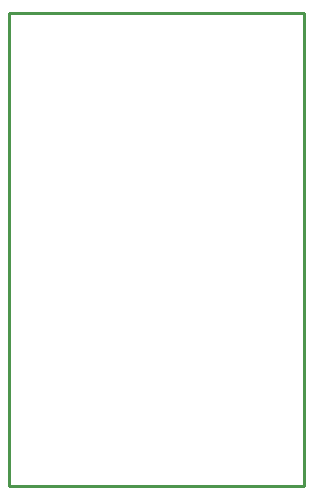
<source format=gbr>
G04*
G04 #@! TF.GenerationSoftware,Altium Limited,Altium Designer,23.10.1 (27)*
G04*
G04 Layer_Color=16711935*
%FSLAX44Y44*%
%MOMM*%
G71*
G04*
G04 #@! TF.SameCoordinates,2BD1216A-9774-42B0-94A2-F4FBBB1B66CC*
G04*
G04*
G04 #@! TF.FilePolarity,Positive*
G04*
G01*
G75*
%ADD10C,0.2540*%
D10*
X0Y0D02*
X250000D01*
X0Y400000D02*
X250000D01*
Y0D02*
Y400000D01*
X0Y0D02*
Y400000D01*
M02*

</source>
